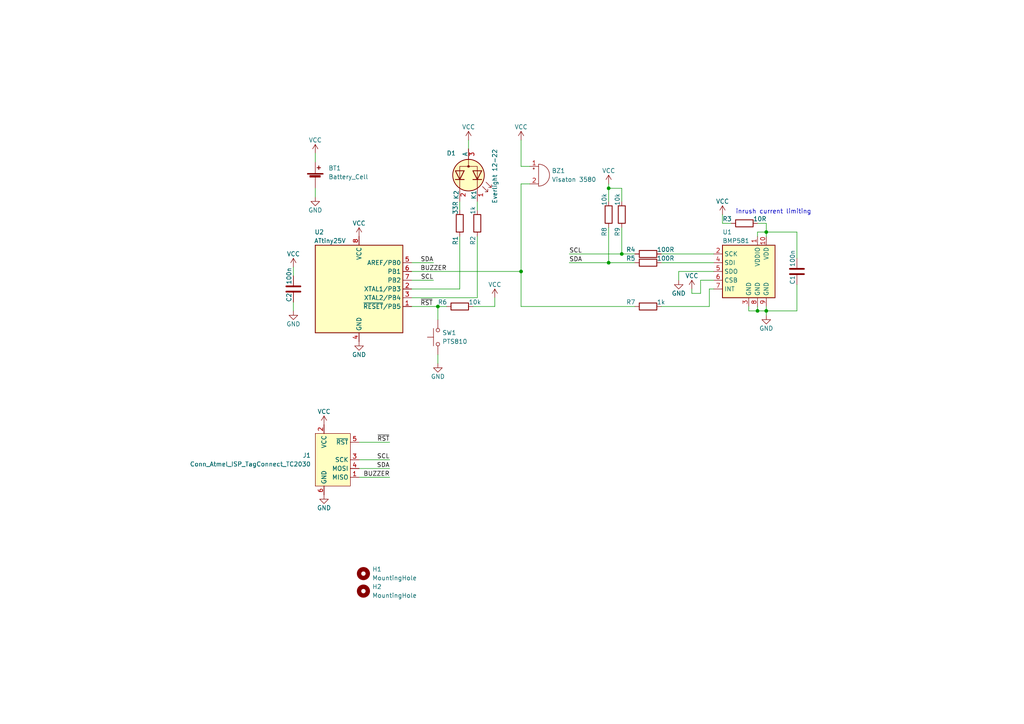
<source format=kicad_sch>
(kicad_sch (version 20211123) (generator eeschema)
  (paper "A4")
  (lib_symbols
    (symbol "Device:Battery_Cell" (pin_numbers hide) (pin_names (offset 0) hide)
      (property "Reference" "BT" (at 2.54 2.54 0))
      (property "Value" "Battery_Cell" (at 2.54 0 0))
      (symbol "Battery_Cell_0_1"
        (rectangle (start -2.286 1.778) (end 2.286 1.524) (fill (type outline)))
        (rectangle (start -1.5748 1.1938) (end 1.4732 0.6858) (fill (type outline)))
        (polyline (pts (xy 0 0.762) (xy 0 0)))
        (polyline (pts (xy 0 1.778) (xy 0 2.54)))
        (polyline (pts (xy 0.508 3.429) (xy 1.524 3.429)) (stroke (width 0.254)))
        (polyline (pts (xy 1.016 3.937) (xy 1.016 2.921)) (stroke (width 0.254)))
      )
      (symbol "Battery_Cell_1_1"
        (pin passive line (at 0 5.08 270) (length 2.54) (name "+") (number "1"))
        (pin passive line (at 0 -2.54 90) (length 2.54) (name "-") (number "2"))
      )
    )
    (symbol "Device:Buzzer" (pin_names (offset 0.0254) hide)
      (property "Reference" "BZ" (at 3.81 1.27 0))
      (property "Value" "Buzzer" (at 3.81 -1.27 0))
      (symbol "Buzzer_0_1"
        (arc (start 0 -3.175) (mid 3.175 0) (end 0 3.175))
        (polyline (pts (xy -1.651 1.905) (xy -1.143 1.905)))
        (polyline (pts (xy -1.397 2.159) (xy -1.397 1.651)))
        (polyline (pts (xy 0 3.175) (xy 0 -3.175)))
      )
      (symbol "Buzzer_1_1"
        (pin passive line (at -2.54 2.54 0) (length 2.54) (name "-") (number "1"))
        (pin passive line (at -2.54 -2.54 0) (length 2.54) (name "+") (number "2"))
      )
    )
    (symbol "Device:C" (pin_numbers hide) (pin_names (offset 0.254))
      (property "Reference" "C" (at 0.635 2.54 0))
      (property "Value" "C" (at 0.635 -2.54 0))
      (symbol "C_0_1"
        (polyline (pts (xy -2.032 -0.762) (xy 2.032 -0.762)) (stroke (width 0.508)))
        (polyline (pts (xy -2.032 0.762) (xy 2.032 0.762)) (stroke (width 0.508)))
      )
      (symbol "C_1_1"
        (pin passive line (at 0 3.81 270) (length 2.794) (name "~") (number "1"))
        (pin passive line (at 0 -3.81 90) (length 2.794) (name "~") (number "2"))
      )
    )
    (symbol "Device:LED_Dual_KKA" (pin_names (offset 0))
      (property "Reference" "D" (at 0 5.715 0))
      (property "Value" "LED_Dual_KKA" (at 0 -6.35 0))
      (symbol "LED_Dual_KKA_0_1"
        (circle (center -2.54 0) (radius 0.2794) (fill (type outline)))
        (polyline (pts (xy -4.572 0) (xy -2.54 0)))
        (polyline (pts (xy 1.27 -1.27) (xy 1.27 -3.81)) (stroke (width 0.254)))
        (polyline (pts (xy 1.27 3.81) (xy 1.27 1.27)) (stroke (width 0.254)))
        (polyline (pts (xy 3.81 -2.54) (xy 1.905 -2.54)))
        (polyline (pts (xy 3.81 2.54) (xy 1.905 2.54)))
        (polyline (pts (xy -1.27 -1.27) (xy -1.27 -3.81) (xy 1.27 -2.54) (xy -1.27 -1.27)) (stroke (width 0.254)))
        (polyline (pts (xy -1.27 3.81) (xy -1.27 1.27) (xy 1.27 2.54) (xy -1.27 3.81)) (stroke (width 0.254)))
        (polyline (pts (xy 2.032 2.54) (xy -2.54 2.54) (xy -2.54 -2.54) (xy 2.032 -2.54)))
        (polyline (pts (xy 2.032 5.08) (xy 3.556 6.604) (xy 2.794 6.604) (xy 3.556 6.604) (xy 3.556 5.842)))
        (polyline (pts (xy 3.302 4.064) (xy 4.826 5.588) (xy 4.064 5.588) (xy 4.826 5.588) (xy 4.826 4.826)))
        (circle (center 0 0) (radius 4.572) (stroke (width 0.254)) (fill (type background)))
      )
      (symbol "LED_Dual_KKA_1_1"
        (pin input line (at 7.62 2.54 180) (length 3.81) (name "K1") (number "1"))
        (pin input line (at 7.62 -2.54 180) (length 3.81) (name "K2") (number "2"))
        (pin input line (at -7.62 0 0) (length 3.048) (name "A") (number "3"))
      )
    )
    (symbol "Device:R" (pin_numbers hide) (pin_names (offset 0))
      (property "Reference" "R" (at 2.032 0 90))
      (property "Value" "R" (at 0 0 90))
      (symbol "R_0_1"
        (rectangle (start -1.016 -2.54) (end 1.016 2.54) (stroke (width 0.254)))
      )
      (symbol "R_1_1"
        (pin passive line (at 0 3.81 270) (length 1.27) (name "~") (number "1"))
        (pin passive line (at 0 -3.81 90) (length 1.27) (name "~") (number "2"))
      )
    )
    (symbol "L_Connector:Conn_Atmel_ISP_TagConnect_TC2030" (in_bom no)
      (property "Reference" "J" (at 2.54 11.43 0))
      (property "Value" "Conn_Atmel_ISP_TagConnect_TC2030" (at 5.08 8.89 0))
      (symbol "Conn_Atmel_ISP_TagConnect_TC2030_0_0"
        (pin input line (at 7.62 -5.08 180) (length 2.54) (name "MISO") (number "1"))
        (pin power_in line (at -2.54 10.16 270) (length 2.54) (name "VCC") (number "2"))
        (pin output line (at 7.62 0 180) (length 2.54) (name "SCK") (number "3"))
        (pin output line (at 7.62 -2.54 180) (length 2.54) (name "MOSI") (number "4"))
        (pin open_collector line (at 7.62 5.08 180) (length 2.54) (name "~{RST}") (number "5"))
        (pin power_in line (at -2.54 -10.16 90) (length 2.54) (name "GND") (number "6"))
      )
      (symbol "Conn_Atmel_ISP_TagConnect_TC2030_0_1"
        (rectangle (start -5.08 7.62) (end 5.08 -7.62) (fill (type background)))
      )
    )
    (symbol "L_Sensor_Pressure:BMP581"
      (property "Reference" "U" (at -7.62 10.16 0))
      (property "Value" "BMP581" (at 7.62 10.16 0))
      (symbol "BMP581_0_1"
        (rectangle (start -7.62 7.62) (end 7.62 -7.62) (stroke (width 0.254)) (fill (type background)))
      )
      (symbol "BMP581_1_1"
        (pin power_in line (at 2.54 10.16 270) (length 2.54) (name "VDDIO") (number "1"))
        (pin power_in line (at 5.08 10.16 270) (length 2.54) (name "VDD") (number "10"))
        (pin input line (at -10.16 5.08 0) (length 2.54) (name "SCK") (number "2"))
        (pin power_in line (at 0 -10.16 90) (length 2.54) (name "GND") (number "3"))
        (pin bidirectional line (at -10.16 2.54 0) (length 2.54) (name "SDI") (number "4"))
        (pin bidirectional line (at -10.16 0 0) (length 2.54) (name "SDO") (number "5"))
        (pin input line (at -10.16 -2.54 0) (length 2.54) (name "CSB") (number "6"))
        (pin output line (at -10.16 -5.08 0) (length 2.54) (name "INT") (number "7"))
        (pin power_in line (at 2.54 -10.16 90) (length 2.54) (name "GND") (number "8"))
        (pin power_in line (at 5.08 -10.16 90) (length 2.54) (name "GND") (number "9"))
      )
    )
    (symbol "MCU_Microchip_ATtiny:ATtiny25V-10S"
      (property "Reference" "U" (at -12.7 13.97 0))
      (property "Value" "ATtiny25V-10S" (at 2.54 -13.97 0))
      (symbol "ATtiny25V-10S_0_1"
        (rectangle (start -12.7 -12.7) (end 12.7 12.7) (stroke (width 0.254)) (fill (type background)))
      )
      (symbol "ATtiny25V-10S_1_1"
        (pin bidirectional line (at 15.24 -5.08 180) (length 2.54) (name "~{RESET}/PB5") (number "1"))
        (pin bidirectional line (at 15.24 0 180) (length 2.54) (name "XTAL1/PB3") (number "2"))
        (pin bidirectional line (at 15.24 -2.54 180) (length 2.54) (name "XTAL2/PB4") (number "3"))
        (pin power_in line (at 0 -15.24 90) (length 2.54) (name "GND") (number "4"))
        (pin bidirectional line (at 15.24 7.62 180) (length 2.54) (name "AREF/PB0") (number "5"))
        (pin bidirectional line (at 15.24 5.08 180) (length 2.54) (name "PB1") (number "6"))
        (pin bidirectional line (at 15.24 2.54 180) (length 2.54) (name "PB2") (number "7"))
        (pin power_in line (at 0 15.24 270) (length 2.54) (name "VCC") (number "8"))
      )
    )
    (symbol "Mechanical:MountingHole" (pin_names (offset 1.016))
      (property "Reference" "H" (at 0 5.08 0))
      (property "Value" "MountingHole" (at 0 3.175 0))
      (symbol "MountingHole_0_1"
        (circle (center 0 0) (radius 1.27) (stroke (width 1.27)))
      )
    )
    (symbol "Switch:SW_Push" (pin_numbers hide) (pin_names (offset 1.016) hide)
      (property "Reference" "SW" (at 1.27 2.54 0))
      (property "Value" "SW_Push" (at 0 -1.524 0))
      (symbol "SW_Push_0_1"
        (circle (center -2.032 0) (radius 0.508))
        (polyline (pts (xy 0 1.27) (xy 0 3.048)))
        (polyline (pts (xy 2.54 1.27) (xy -2.54 1.27)))
        (circle (center 2.032 0) (radius 0.508))
        (pin passive line (at -5.08 0 0) (length 2.54) (name "1") (number "1"))
        (pin passive line (at 5.08 0 180) (length 2.54) (name "2") (number "2"))
      )
    )
    (symbol "power:GND" (power) (pin_names (offset 0))
      (property "Value" "GND" (at 0 -3.81 0))
      (symbol "GND_0_1"
        (polyline (pts (xy 0 0) (xy 0 -1.27) (xy 1.27 -1.27) (xy 0 -2.54) (xy -1.27 -1.27) (xy 0 -1.27)))
      )
      (symbol "GND_1_1"
        (pin power_in line (at 0 0 270) (length 0) hide (name "GND") (number "1"))
      )
    )
    (symbol "power:VCC" (power) (pin_names (offset 0))
      (property "Value" "VCC" (at 0 3.81 0))
      (symbol "VCC_0_1"
        (polyline (pts (xy -0.762 1.27) (xy 0 2.54)))
        (polyline (pts (xy 0 0) (xy 0 2.54)))
        (polyline (pts (xy 0 2.54) (xy 0.762 1.27)))
      )
      (symbol "VCC_1_1"
        (pin power_in line (at 0 0 90) (length 0) hide (name "VCC") (number "1"))
      )
    )
  )
  (junction (at 222.25 67.31))
  (junction (at 180.34 73.66))
  (junction (at 219.71 90.17))
  (junction (at 151.13 78.74))
  (junction (at 176.53 76.2))
  (junction (at 176.53 54.61))
  (junction (at 127 88.9))
  (junction (at 222.25 90.17))
  (wire (pts (xy 219.71 67.31) (xy 219.71 68.58)))
  (wire (pts (xy 151.13 53.34) (xy 153.67 53.34)))
  (wire (pts (xy 138.43 86.36) (xy 138.43 68.58)))
  (wire (pts (xy 104.14 135.89) (xy 113.03 135.89)))
  (wire (pts (xy 119.38 88.9) (xy 127 88.9)))
  (wire (pts (xy 196.85 78.74) (xy 196.85 81.28)))
  (wire (pts (xy 151.13 78.74) (xy 151.13 88.9)))
  (wire (pts (xy 119.38 81.28) (xy 125.73 81.28)))
  (wire (pts (xy 85.09 87.63) (xy 85.09 90.17)))
  (wire (pts (xy 119.38 78.74) (xy 151.13 78.74)))
  (wire (pts (xy 191.77 76.2) (xy 207.01 76.2)))
  (wire (pts (xy 176.53 66.04) (xy 176.53 76.2)))
  (wire (pts (xy 151.13 40.64) (xy 151.13 48.26)))
  (wire (pts (xy 133.35 68.58) (xy 133.35 83.82)))
  (wire (pts (xy 222.25 67.31) (xy 231.14 67.31)))
  (wire (pts (xy 91.44 44.45) (xy 91.44 46.99)))
  (wire (pts (xy 138.43 58.42) (xy 138.43 60.96)))
  (wire (pts (xy 203.2 81.28) (xy 203.2 85.09)))
  (wire (pts (xy 231.14 74.93) (xy 231.14 67.31)))
  (wire (pts (xy 222.25 90.17) (xy 231.14 90.17)))
  (wire (pts (xy 191.77 88.9) (xy 205.74 88.9)))
  (wire (pts (xy 137.16 88.9) (xy 143.51 88.9)))
  (wire (pts (xy 217.17 90.17) (xy 219.71 90.17)))
  (wire (pts (xy 104.14 138.43) (xy 113.03 138.43)))
  (wire (pts (xy 143.51 86.36) (xy 143.51 88.9)))
  (wire (pts (xy 219.71 88.9) (xy 219.71 90.17)))
  (wire (pts (xy 151.13 88.9) (xy 184.15 88.9)))
  (wire (pts (xy 222.25 64.77) (xy 222.25 67.31)))
  (wire (pts (xy 180.34 58.42) (xy 180.34 54.61)))
  (wire (pts (xy 219.71 90.17) (xy 222.25 90.17)))
  (wire (pts (xy 222.25 88.9) (xy 222.25 90.17)))
  (wire (pts (xy 85.09 77.47) (xy 85.09 80.01)))
  (wire (pts (xy 104.14 128.27) (xy 113.03 128.27)))
  (wire (pts (xy 207.01 83.82) (xy 205.74 83.82)))
  (wire (pts (xy 104.14 133.35) (xy 113.03 133.35)))
  (wire (pts (xy 191.77 73.66) (xy 207.01 73.66)))
  (wire (pts (xy 119.38 86.36) (xy 138.43 86.36)))
  (wire (pts (xy 205.74 83.82) (xy 205.74 88.9)))
  (wire (pts (xy 222.25 68.58) (xy 222.25 67.31)))
  (wire (pts (xy 119.38 76.2) (xy 125.73 76.2)))
  (wire (pts (xy 209.55 64.77) (xy 209.55 62.23)))
  (wire (pts (xy 91.44 54.61) (xy 91.44 57.15)))
  (wire (pts (xy 231.14 82.55) (xy 231.14 90.17)))
  (wire (pts (xy 203.2 85.09) (xy 200.66 85.09)))
  (wire (pts (xy 151.13 78.74) (xy 151.13 53.34)))
  (wire (pts (xy 133.35 58.42) (xy 133.35 60.96)))
  (wire (pts (xy 127 102.87) (xy 127 105.41)))
  (wire (pts (xy 180.34 66.04) (xy 180.34 73.66)))
  (wire (pts (xy 176.53 76.2) (xy 184.15 76.2)))
  (wire (pts (xy 222.25 90.17) (xy 222.25 91.44)))
  (wire (pts (xy 127 88.9) (xy 127 92.71)))
  (wire (pts (xy 176.53 54.61) (xy 176.53 58.42)))
  (wire (pts (xy 135.89 40.64) (xy 135.89 43.18)))
  (wire (pts (xy 196.85 78.74) (xy 207.01 78.74)))
  (wire (pts (xy 219.71 64.77) (xy 222.25 64.77)))
  (wire (pts (xy 212.09 64.77) (xy 209.55 64.77)))
  (wire (pts (xy 180.34 73.66) (xy 184.15 73.66)))
  (wire (pts (xy 127 88.9) (xy 129.54 88.9)))
  (wire (pts (xy 219.71 67.31) (xy 222.25 67.31)))
  (wire (pts (xy 176.53 53.34) (xy 176.53 54.61)))
  (wire (pts (xy 200.66 85.09) (xy 200.66 83.82)))
  (wire (pts (xy 165.1 76.2) (xy 176.53 76.2)))
  (wire (pts (xy 153.67 48.26) (xy 151.13 48.26)))
  (wire (pts (xy 165.1 73.66) (xy 180.34 73.66)))
  (wire (pts (xy 180.34 54.61) (xy 176.53 54.61)))
  (wire (pts (xy 119.38 83.82) (xy 133.35 83.82)))
  (wire (pts (xy 217.17 88.9) (xy 217.17 90.17)))
  (wire (pts (xy 207.01 81.28) (xy 203.2 81.28)))
  (text "inrush current limiting" (at 213.36 62.23 0) (effects (font (size 1.27 1.27)) (justify left bottom)))
  (label "SCL" (at 165.1 73.66 0))
  (label "SCL" (at 113.03 133.35 180))
  (label "SCL" (at 125.73 81.28 180))
  (label "BUZZER" (at 121.92 78.74 0))
  (label "SDA" (at 125.73 76.2 180))
  (label "SDA" (at 165.1 76.2 0))
  (label "~{RST}" (at 121.92 88.9 0))
  (label "SDA" (at 113.03 135.89 180))
  (label "~{RST}" (at 113.03 128.27 180))
  (label "BUZZER" (at 113.03 138.43 180))
  (symbol (lib_id "Device:R") (at 133.35 64.77 0) (unit 1)
    (property "Reference" "R1" (at 132.08 71.12 90) (effects (justify left)))
    (property "Value" "33R" (at 132.08 62.23 90) (effects (justify left)))
    (property "Footprint" "Resistor_SMD:R_0603_1608Metric" (effects hide))
  )
  (symbol (lib_id "power:GND") (at 85.09 90.17 0) (unit 1)
    (property "Reference" "#PWR011" (effects hide))
    (property "Value" "GND" (at 85.09 93.98 0))
  )
  (symbol (lib_id "power:VCC") (at 176.53 53.34 0) (unit 1)
    (property "Reference" "#PWR017" (effects hide))
    (property "Value" "VCC" (at 176.53 49.53 0))
  )
  (symbol (lib_id "L_Connector:Conn_Atmel_ISP_TagConnect_TC2030") (at 96.52 133.35 0) (unit 1) (in_bom no)
    (property "Reference" "J1" (at 90.17 132.0799 0) (effects (justify right)))
    (property "Value" "Conn_Atmel_ISP_TagConnect_TC2030" (at 90.17 134.6199 0) (effects (justify right)))
    (property "Footprint" "Connector:Tag-Connect_TC2030-IDC-NL_2x03_P1.27mm_Vertical" (effects hide))
    (property "Datasheet" "https://www.tag-connect.com/wp-content/uploads/bsk-pdf-manager/2019/12/TC2030-IDC-NL-Datasheet-Rev-B.pdf" (effects hide))
  )
  (symbol (lib_id "Device:C") (at 85.09 83.82 0) (unit 1)
    (property "Reference" "C2" (at 83.82 87.63 90) (effects (justify left)))
    (property "Value" "100n" (at 83.82 82.55 90) (effects (justify left)))
    (property "Footprint" "Capacitor_SMD:C_0603_1608Metric" (effects hide))
  )
  (symbol (lib_id "power:GND") (at 196.85 81.28 0) (unit 1)
    (property "Reference" "#PWR08" (effects hide))
    (property "Value" "GND" (at 196.85 85.09 0))
  )
  (symbol (lib_id "power:VCC") (at 91.44 44.45 0) (unit 1)
    (property "Reference" "#PWR03" (effects hide))
    (property "Value" "VCC" (at 91.44 40.64 0))
  )
  (symbol (lib_id "power:VCC") (at 200.66 83.82 0) (mirror y) (unit 1)
    (property "Reference" "#PWR09" (effects hide))
    (property "Value" "VCC" (at 200.66 80.01 0))
  )
  (symbol (lib_id "Device:R") (at 180.34 62.23 0) (unit 1)
    (property "Reference" "R9" (at 179.07 68.58 90) (effects (justify left)))
    (property "Value" "10k" (at 179.07 59.69 90) (effects (justify left)))
    (property "Footprint" "Resistor_SMD:R_0603_1608Metric" (effects hide))
  )
  (symbol (lib_id "power:VCC") (at 85.09 77.47 0) (unit 1)
    (property "Reference" "#PWR07" (effects hide))
    (property "Value" "VCC" (at 85.09 73.66 0))
  )
  (symbol (lib_id "Device:C") (at 231.14 78.74 0) (unit 1)
    (property "Reference" "C1" (at 229.87 82.55 90) (effects (justify left)))
    (property "Value" "100n" (at 229.87 77.47 90) (effects (justify left)))
    (property "Footprint" "Capacitor_SMD:C_0603_1608Metric" (effects hide))
  )
  (symbol (lib_id "Device:Battery_Cell") (at 91.44 52.07 0) (unit 1)
    (property "Reference" "BT1" (at 95.25 48.7679 0) (effects (justify left)))
    (property "Value" "Battery_Cell" (at 95.25 51.3079 0) (effects (justify left)))
    (property "Footprint" "Battery_Keystone:BatteryHolder_Keystone_2899_1x2032" (effects hide))
  )
  (symbol (lib_id "Device:R") (at 187.96 88.9 270) (unit 1)
    (property "Reference" "R7" (at 181.61 87.63 90) (effects (justify left)))
    (property "Value" "1k" (at 190.5 87.63 90) (effects (justify left)))
    (property "Footprint" "Resistor_SMD:R_0603_1608Metric" (effects hide))
  )
  (symbol (lib_id "power:GND") (at 127 105.41 0) (unit 1)
    (property "Reference" "#PWR014" (effects hide))
    (property "Value" "GND" (at 127 109.22 0))
  )
  (symbol (lib_id "power:GND") (at 222.25 91.44 0) (unit 1)
    (property "Reference" "#PWR012" (effects hide))
    (property "Value" "GND" (at 222.25 95.25 0))
  )
  (symbol (lib_id "MCU_Microchip_ATtiny:ATtiny25V-10S") (at 104.14 83.82 0) (unit 1)
    (property "Reference" "U2" (at 93.98 67.31 0) (effects (justify right)))
    (property "Value" "ATtiny25V" (at 100.33 69.85 0) (effects (justify right)))
    (property "Footprint" "Package_SO:SOIC-8_5.275x5.275mm_P1.27mm" (effects hide))
    (property "Datasheet" "http://ww1.microchip.com/downloads/en/DeviceDoc/atmel-2586-avr-8-bit-microcontroller-attiny25-attiny45-attiny85_datasheet.pdf" (effects hide))
  )
  (symbol (lib_id "power:VCC") (at 135.89 40.64 0) (unit 1)
    (property "Reference" "#PWR01" (effects hide))
    (property "Value" "VCC" (at 135.89 36.83 0))
  )
  (symbol (lib_id "power:GND") (at 93.98 143.51 0) (unit 1)
    (property "Reference" "#PWR016" (effects hide))
    (property "Value" "GND" (at 93.98 147.32 0))
  )
  (symbol (lib_id "power:VCC") (at 104.14 68.58 0) (unit 1)
    (property "Reference" "#PWR06" (effects hide))
    (property "Value" "VCC" (at 104.14 64.77 0))
  )
  (symbol (lib_id "power:GND") (at 104.14 99.06 0) (unit 1)
    (property "Reference" "#PWR013" (effects hide))
    (property "Value" "GND" (at 104.14 102.87 0))
  )
  (symbol (lib_id "Mechanical:MountingHole") (at 105.41 171.45 0) (unit 1)
    (property "Reference" "H2" (at 107.95 170.1799 0) (effects (justify left)))
    (property "Value" "MountingHole" (at 107.95 172.7199 0) (effects (justify left)))
    (property "Footprint" "MountingHole:MountingHole_2.7mm_M2.5" (effects hide))
  )
  (symbol (lib_id "power:VCC") (at 151.13 40.64 0) (unit 1)
    (property "Reference" "#PWR02" (effects hide))
    (property "Value" "VCC" (at 151.13 36.83 0))
  )
  (symbol (lib_id "Device:Buzzer") (at 156.21 50.8 0) (unit 1)
    (property "Reference" "BZ1" (at 160.02 49.5299 0) (effects (justify left)))
    (property "Value" "Visaton 3580" (at 160.02 52.0699 0) (effects (justify left)))
    (property "Footprint" "Buzzer_CUI_CPT-9019S-SMT" (effects hide))
  )
  (symbol (lib_id "Switch:SW_Push") (at 127 97.79 90) (unit 1)
    (property "Reference" "SW1" (at 128.27 96.5199 90) (effects (justify right)))
    (property "Value" "PTS810" (at 128.27 99.0599 90) (effects (justify right)))
    (property "Footprint" "Button_Switch_SMD:SW_SPST_PTS810" (effects hide))
  )
  (symbol (lib_id "L_Sensor_Pressure:BMP581") (at 217.17 78.74 0) (unit 1)
    (property "Reference" "U1" (at 209.55 67.31 0) (effects (justify left)))
    (property "Value" "BMP581" (at 209.55 69.85 0) (effects (justify left)))
    (property "Footprint" "L_Package_LGA:Bosch_LGA-10_2x2mm_P0.5mm" (effects hide))
    (property "Datasheet" "https://www.bosch-sensortec.com/media/boschsensortec/downloads/datasheets/bst-bmp581-ds004.pdf" (effects hide))
  )
  (symbol (lib_id "Device:R") (at 187.96 73.66 270) (unit 1)
    (property "Reference" "R4" (at 181.61 72.39 90) (effects (justify left)))
    (property "Value" "100R" (at 190.5 72.39 90) (effects (justify left)))
    (property "Footprint" "Resistor_SMD:R_0603_1608Metric" (effects hide))
  )
  (symbol (lib_id "Device:R") (at 176.53 62.23 0) (unit 1)
    (property "Reference" "R8" (at 175.26 68.58 90) (effects (justify left)))
    (property "Value" "10k" (at 175.26 59.69 90) (effects (justify left)))
    (property "Footprint" "Resistor_SMD:R_0603_1608Metric" (effects hide))
  )
  (symbol (lib_id "Device:R") (at 133.35 88.9 270) (unit 1)
    (property "Reference" "R6" (at 127 87.63 90) (effects (justify left)))
    (property "Value" "10k" (at 135.89 87.63 90) (effects (justify left)))
    (property "Footprint" "Resistor_SMD:R_0603_1608Metric" (effects hide))
  )
  (symbol (lib_id "Device:R") (at 187.96 76.2 270) (unit 1)
    (property "Reference" "R5" (at 181.61 74.93 90) (effects (justify left)))
    (property "Value" "100R" (at 190.5 74.93 90) (effects (justify left)))
    (property "Footprint" "Resistor_SMD:R_0603_1608Metric" (effects hide))
  )
  (symbol (lib_id "Device:R") (at 138.43 64.77 0) (unit 1)
    (property "Reference" "R2" (at 137.16 71.12 90) (effects (justify left)))
    (property "Value" "1k" (at 137.16 62.23 90) (effects (justify left)))
    (property "Footprint" "Resistor_SMD:R_0603_1608Metric" (effects hide))
  )
  (symbol (lib_id "power:VCC") (at 93.98 123.19 0) (unit 1)
    (property "Reference" "#PWR015" (effects hide))
    (property "Value" "VCC" (at 93.98 119.38 0))
  )
  (symbol (lib_id "power:GND") (at 91.44 57.15 0) (unit 1)
    (property "Reference" "#PWR04" (effects hide))
    (property "Value" "GND" (at 91.44 60.96 0))
  )
  (symbol (lib_id "Mechanical:MountingHole") (at 105.41 166.37 0) (unit 1)
    (property "Reference" "H1" (at 107.95 165.0999 0) (effects (justify left)))
    (property "Value" "MountingHole" (at 107.95 167.6399 0) (effects (justify left)))
    (property "Footprint" "MountingHole:MountingHole_2.7mm_M2.5" (effects hide))
  )
  (symbol (lib_id "Device:LED_Dual_KKA") (at 135.89 50.8 270) (unit 1)
    (property "Reference" "D1" (at 129.54 44.45 90) (effects (justify left)))
    (property "Value" "Everlight 12-22" (at 143.51 43.18 0) (effects (justify left)))
    (property "Footprint" "LED_SMD:LED_LiteOn_LTST-S326" (effects hide))
  )
  (symbol (lib_id "power:VCC") (at 209.55 62.23 0) (unit 1)
    (property "Reference" "#PWR05" (effects hide))
    (property "Value" "VCC" (at 209.55 58.42 0))
  )
  (symbol (lib_id "Device:R") (at 215.9 64.77 270) (unit 1)
    (property "Reference" "R3" (at 209.55 63.5 90) (effects (justify left)))
    (property "Value" "10R" (at 218.44 63.5 90) (effects (justify left)))
    (property "Footprint" "Resistor_SMD:R_0603_1608Metric" (effects hide))
  )
  (symbol (lib_id "power:VCC") (at 143.51 86.36 0) (unit 1)
    (property "Reference" "#PWR010" (effects hide))
    (property "Value" "VCC" (at 143.51 82.55 0))
  )
)
</source>
